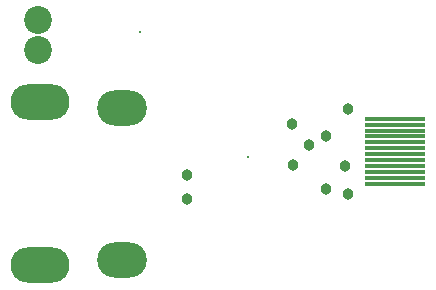
<source format=gts>
G04 Layer_Color=8388736*
%FSLAX25Y25*%
%MOIN*%
G70*
G01*
G75*
%ADD23R,0.20485X0.01587*%
%ADD24C,0.00800*%
%ADD25O,0.16548X0.11824*%
%ADD26O,0.19698X0.11824*%
%ADD27C,0.09300*%
%ADD28C,0.03800*%
D23*
X133600Y57200D02*
D03*
Y55231D02*
D03*
Y53263D02*
D03*
Y51294D02*
D03*
Y49326D02*
D03*
Y47357D02*
D03*
Y45389D02*
D03*
Y43420D02*
D03*
Y41452D02*
D03*
Y39483D02*
D03*
Y37515D02*
D03*
Y35546D02*
D03*
D24*
X84600Y44600D02*
D03*
X48600Y86100D02*
D03*
D25*
X42563Y60894D02*
D03*
Y10106D02*
D03*
D26*
X15358Y8335D02*
D03*
Y62665D02*
D03*
D27*
X14600Y90000D02*
D03*
Y80000D02*
D03*
D28*
X110800Y33800D02*
D03*
X99700Y41800D02*
D03*
X110700Y51600D02*
D03*
X99500Y55500D02*
D03*
X118000Y60500D02*
D03*
Y32000D02*
D03*
X105000Y48500D02*
D03*
X116948Y41452D02*
D03*
X64437Y38437D02*
D03*
Y30563D02*
D03*
M02*

</source>
